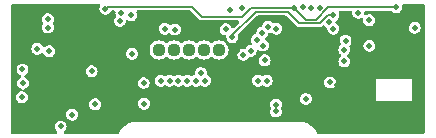
<source format=gbr>
%TF.GenerationSoftware,KiCad,Pcbnew,8.0.7*%
%TF.CreationDate,2025-03-09T23:38:14+01:00*%
%TF.ProjectId,HSSM-LVPCB,4853534d-2d4c-4565-9043-422e6b696361,rev?*%
%TF.SameCoordinates,Original*%
%TF.FileFunction,Copper,L2,Inr*%
%TF.FilePolarity,Positive*%
%FSLAX46Y46*%
G04 Gerber Fmt 4.6, Leading zero omitted, Abs format (unit mm)*
G04 Created by KiCad (PCBNEW 8.0.7) date 2025-03-09 23:38:14*
%MOMM*%
%LPD*%
G01*
G04 APERTURE LIST*
%TA.AperFunction,ComponentPad*%
%ADD10C,1.117600*%
%TD*%
%TA.AperFunction,ViaPad*%
%ADD11C,0.500000*%
%TD*%
%TA.AperFunction,Conductor*%
%ADD12C,0.150000*%
%TD*%
G04 APERTURE END LIST*
D10*
%TO.N,GND*%
%TO.C,J2*%
X130729999Y-116400000D03*
%TO.N,/BOOT*%
X132000000Y-116400000D03*
%TO.N,/Enable*%
X133269999Y-116400000D03*
%TO.N,/U0RXD*%
X134539999Y-116400000D03*
%TO.N,/U0TXD*%
X135809998Y-116400000D03*
%TO.N,+3V3*%
X137079999Y-116400000D03*
%TD*%
D11*
%TO.N,GND*%
X124400000Y-113200000D03*
X147100000Y-119400000D03*
X129000000Y-116700000D03*
X143825000Y-116350000D03*
X131400000Y-119025000D03*
X147850000Y-120150000D03*
X143425000Y-121750000D03*
X144775000Y-117175000D03*
X124275000Y-115675000D03*
X152400000Y-121250000D03*
X151325000Y-122900000D03*
X154000000Y-119750000D03*
X143300000Y-116800000D03*
X151100000Y-121275001D03*
X145600000Y-117200000D03*
X151020000Y-114670000D03*
X149400000Y-117950000D03*
X151050000Y-115750000D03*
X122000000Y-113200000D03*
X144750000Y-116325000D03*
X150500000Y-121000000D03*
X148887500Y-120550000D03*
X154025000Y-117650000D03*
X143800000Y-117150000D03*
X136650000Y-119000000D03*
X143300000Y-115900000D03*
X148450000Y-120200000D03*
X150450000Y-118500000D03*
X126400000Y-117450000D03*
X149000000Y-123100000D03*
X146100000Y-121100000D03*
X151100000Y-118600000D03*
X154100000Y-116125000D03*
X129850000Y-114575000D03*
X120200000Y-116300000D03*
X152450000Y-118300000D03*
X144300000Y-116700000D03*
X145900000Y-115600000D03*
X146100000Y-121700000D03*
X149350000Y-120950000D03*
X153425000Y-122850000D03*
X143800000Y-115400000D03*
X120325000Y-121850000D03*
X135275000Y-114200000D03*
X153950000Y-121300000D03*
X120400000Y-122900000D03*
X149000000Y-122500000D03*
X145600000Y-116400000D03*
X144800000Y-117900000D03*
X149900000Y-121000000D03*
X138573089Y-116473089D03*
X144200000Y-121750000D03*
X145600000Y-117900000D03*
X150650000Y-117850000D03*
X149900000Y-118300000D03*
X149375000Y-114625000D03*
X147700000Y-123200000D03*
%TO.N,+3V3*%
X144450000Y-120550000D03*
X149825000Y-116050000D03*
X146500000Y-119150000D03*
X121700000Y-116300000D03*
X126300000Y-118200000D03*
X137650000Y-114650000D03*
X135550000Y-118350000D03*
X128700000Y-113925000D03*
X141900000Y-121600000D03*
X141900000Y-121025000D03*
%TO.N,/BOOT*%
X132500000Y-114600000D03*
X144200000Y-112800000D03*
%TO.N,/GPIO_Q1*%
X130700000Y-119200000D03*
X122700000Y-116500000D03*
X141125000Y-119000000D03*
X122600000Y-113800000D03*
%TO.N,/GPIO_Q2*%
X132900000Y-119000000D03*
X143425000Y-112825000D03*
X127475000Y-112900000D03*
X152100000Y-112775000D03*
%TO.N,/Enable*%
X133350000Y-114675000D03*
X147700000Y-117375000D03*
%TO.N,Net-(U1-SPIQ)*%
X141950000Y-114600000D03*
X130750000Y-120950000D03*
%TO.N,Net-(U1-SPIWP)*%
X141250000Y-114450000D03*
X129725000Y-116725000D03*
%TO.N,Net-(U1-SPIHD)*%
X140800000Y-116025000D03*
X120400000Y-120400000D03*
%TO.N,Net-(U1-SPICLK)*%
X120500000Y-119200000D03*
X139775000Y-116475000D03*
%TO.N,Net-(U1-SPID)*%
X120450000Y-118050000D03*
X139150000Y-116800000D03*
%TO.N,/SPICS0*%
X124650000Y-121875000D03*
X140300000Y-115550000D03*
X126600000Y-121000000D03*
%TO.N,/GPIO8*%
X144900000Y-112825000D03*
X148875000Y-113250000D03*
%TO.N,VDD_SPI*%
X140750000Y-114950000D03*
X123675000Y-122875000D03*
%TO.N,/S2_sym*%
X147800000Y-115600000D03*
X153650000Y-114520000D03*
%TO.N,/DO1*%
X135150000Y-119000000D03*
X145625000Y-112825000D03*
%TO.N,/DO3*%
X149800000Y-113875000D03*
%TO.N,/P_MEAS_RST*%
X140950000Y-117275000D03*
X135900000Y-119000000D03*
%TO.N,/GPIO_S2*%
X138050000Y-113050000D03*
X128825000Y-113250000D03*
X133650000Y-119000000D03*
%TO.N,/DO2*%
X147700000Y-116375000D03*
%TO.N,/GPIO_S1*%
X140400000Y-119000000D03*
%TO.N,+12V*%
X132150000Y-119000000D03*
%TO.N,/GPIO_S3*%
X134400000Y-119000000D03*
X139000000Y-112825000D03*
X129650000Y-113450000D03*
%TO.N,/LP_UART_RXD*%
X146775000Y-114600000D03*
%TO.N,/LP_UART_TXD*%
X146425000Y-114050000D03*
%TO.N,/S1_sym*%
X122600000Y-114500000D03*
%TO.N,/S3_sym*%
X138210589Y-115310589D03*
X146775000Y-113475000D03*
%TD*%
D12*
%TO.N,/GPIO_Q2*%
X144425000Y-113825000D02*
X143425000Y-112825000D01*
X135675000Y-113575000D02*
X134825000Y-112725000D01*
X139800000Y-112825000D02*
X139050000Y-113575000D01*
X146350000Y-112775000D02*
X145300000Y-113825000D01*
X143425000Y-112825000D02*
X139800000Y-112825000D01*
X127650000Y-112725000D02*
X127475000Y-112900000D01*
X134825000Y-112725000D02*
X127650000Y-112725000D01*
X139050000Y-113575000D02*
X135675000Y-113575000D01*
X152100000Y-112775000D02*
X146350000Y-112775000D01*
X145300000Y-113825000D02*
X144425000Y-113825000D01*
%TO.N,/S3_sym*%
X145650000Y-114100000D02*
X143850000Y-114100000D01*
X143850000Y-114100000D02*
X142900000Y-113150000D01*
X140196178Y-113150000D02*
X138060589Y-115285589D01*
X146275000Y-113475000D02*
X145650000Y-114100000D01*
X142900000Y-113150000D02*
X140196178Y-113150000D01*
X146775000Y-113475000D02*
X146275000Y-113475000D01*
%TD*%
%TA.AperFunction,Conductor*%
%TO.N,GND*%
G36*
X126981314Y-112520185D02*
G01*
X127027069Y-112572989D01*
X127037013Y-112642147D01*
X127027069Y-112676011D01*
X126989835Y-112757541D01*
X126989834Y-112757542D01*
X126969353Y-112900000D01*
X126989834Y-113042456D01*
X127049390Y-113172863D01*
X127049623Y-113173373D01*
X127143872Y-113282143D01*
X127264947Y-113359953D01*
X127264950Y-113359954D01*
X127264949Y-113359954D01*
X127403036Y-113400499D01*
X127403038Y-113400500D01*
X127403039Y-113400500D01*
X127546962Y-113400500D01*
X127546962Y-113400499D01*
X127685053Y-113359953D01*
X127806128Y-113282143D01*
X127900377Y-113173373D01*
X127900553Y-113172989D01*
X127923387Y-113122989D01*
X127969141Y-113070185D01*
X128036181Y-113050500D01*
X128204933Y-113050500D01*
X128271972Y-113070185D01*
X128317727Y-113122989D01*
X128327671Y-113192147D01*
X128319353Y-113250000D01*
X128339834Y-113392452D01*
X128339835Y-113392457D01*
X128361732Y-113440405D01*
X128371675Y-113509563D01*
X128342651Y-113573117D01*
X128274623Y-113651627D01*
X128274622Y-113651628D01*
X128214834Y-113782543D01*
X128194353Y-113925000D01*
X128214834Y-114067456D01*
X128274622Y-114198371D01*
X128274623Y-114198373D01*
X128368872Y-114307143D01*
X128489947Y-114384953D01*
X128489950Y-114384954D01*
X128489949Y-114384954D01*
X128628036Y-114425499D01*
X128628038Y-114425500D01*
X128628039Y-114425500D01*
X128771962Y-114425500D01*
X128771962Y-114425499D01*
X128910053Y-114384953D01*
X129031128Y-114307143D01*
X129125377Y-114198373D01*
X129185165Y-114067457D01*
X129199986Y-113964369D01*
X129229011Y-113900815D01*
X129287788Y-113863040D01*
X129357658Y-113863040D01*
X129389761Y-113877700D01*
X129390722Y-113878318D01*
X129439948Y-113909954D01*
X129550643Y-113942456D01*
X129574633Y-113949500D01*
X129578036Y-113950499D01*
X129578038Y-113950500D01*
X129578039Y-113950500D01*
X129721962Y-113950500D01*
X129721962Y-113950499D01*
X129860053Y-113909953D01*
X129981128Y-113832143D01*
X130075377Y-113723373D01*
X130135165Y-113592457D01*
X130155647Y-113450000D01*
X130135165Y-113307543D01*
X130131492Y-113299500D01*
X130097931Y-113226011D01*
X130087987Y-113156853D01*
X130117012Y-113093297D01*
X130175790Y-113055523D01*
X130210725Y-113050500D01*
X134638811Y-113050500D01*
X134705850Y-113070185D01*
X134726492Y-113086819D01*
X135410194Y-113770520D01*
X135410204Y-113770531D01*
X135414534Y-113774861D01*
X135414535Y-113774862D01*
X135475138Y-113835465D01*
X135475140Y-113835466D01*
X135475144Y-113835469D01*
X135512681Y-113857141D01*
X135512685Y-113857142D01*
X135512686Y-113857143D01*
X135549360Y-113878317D01*
X135549361Y-113878317D01*
X135549362Y-113878318D01*
X135632148Y-113900501D01*
X135632150Y-113900501D01*
X135725449Y-113900501D01*
X135725465Y-113900500D01*
X138685989Y-113900500D01*
X138753028Y-113920185D01*
X138798783Y-113972989D01*
X138808727Y-114042147D01*
X138779702Y-114105703D01*
X138773673Y-114112177D01*
X138550897Y-114334953D01*
X138337677Y-114548173D01*
X138276354Y-114581658D01*
X138206662Y-114576674D01*
X138150729Y-114534802D01*
X138137202Y-114512004D01*
X138131720Y-114500000D01*
X138075377Y-114376627D01*
X137981128Y-114267857D01*
X137860053Y-114190047D01*
X137860051Y-114190046D01*
X137860049Y-114190045D01*
X137860050Y-114190045D01*
X137721963Y-114149500D01*
X137721961Y-114149500D01*
X137578039Y-114149500D01*
X137578036Y-114149500D01*
X137439949Y-114190045D01*
X137318873Y-114267856D01*
X137224623Y-114376626D01*
X137224622Y-114376628D01*
X137164834Y-114507543D01*
X137144353Y-114650000D01*
X137164834Y-114792456D01*
X137213870Y-114899828D01*
X137224623Y-114923373D01*
X137318872Y-115032143D01*
X137439947Y-115109953D01*
X137439950Y-115109954D01*
X137439949Y-115109954D01*
X137578036Y-115150499D01*
X137578038Y-115150500D01*
X137584856Y-115150500D01*
X137651895Y-115170185D01*
X137697650Y-115222989D01*
X137707593Y-115292145D01*
X137704942Y-115310589D01*
X137704942Y-115310590D01*
X137725423Y-115453045D01*
X137769702Y-115550000D01*
X137785212Y-115583962D01*
X137879461Y-115692732D01*
X138000536Y-115770542D01*
X138000539Y-115770543D01*
X138000538Y-115770543D01*
X138097415Y-115798988D01*
X138110377Y-115802794D01*
X138138625Y-115811088D01*
X138138627Y-115811089D01*
X138138628Y-115811089D01*
X138282551Y-115811089D01*
X138282551Y-115811088D01*
X138420642Y-115770542D01*
X138541717Y-115692732D01*
X138635966Y-115583962D01*
X138695754Y-115453046D01*
X138716236Y-115310589D01*
X138697374Y-115179399D01*
X138707318Y-115110241D01*
X138732428Y-115074075D01*
X140294686Y-113511819D01*
X140356009Y-113478334D01*
X140382367Y-113475500D01*
X142713811Y-113475500D01*
X142780850Y-113495185D01*
X142801492Y-113511819D01*
X143650138Y-114360465D01*
X143724361Y-114403318D01*
X143807147Y-114425500D01*
X143807149Y-114425500D01*
X145692851Y-114425500D01*
X145692853Y-114425500D01*
X145775639Y-114403318D01*
X145849862Y-114360465D01*
X145853136Y-114357191D01*
X145914457Y-114323702D01*
X145984149Y-114328683D01*
X146034535Y-114363664D01*
X146093872Y-114432143D01*
X146212989Y-114508695D01*
X146258742Y-114561496D01*
X146268686Y-114595361D01*
X146289834Y-114742456D01*
X146347887Y-114869572D01*
X146349623Y-114873373D01*
X146443872Y-114982143D01*
X146564947Y-115059953D01*
X146564950Y-115059954D01*
X146564949Y-115059954D01*
X146613032Y-115074072D01*
X146699633Y-115099500D01*
X146703036Y-115100499D01*
X146703038Y-115100500D01*
X146703039Y-115100500D01*
X146846962Y-115100500D01*
X146846962Y-115100499D01*
X146985053Y-115059953D01*
X147106128Y-114982143D01*
X147200377Y-114873373D01*
X147260165Y-114742457D01*
X147280647Y-114600000D01*
X147269145Y-114520000D01*
X153144353Y-114520000D01*
X153164834Y-114662456D01*
X153215488Y-114773371D01*
X153224623Y-114793373D01*
X153318872Y-114902143D01*
X153439947Y-114979953D01*
X153439950Y-114979954D01*
X153439949Y-114979954D01*
X153509921Y-115000499D01*
X153572668Y-115018923D01*
X153578036Y-115020499D01*
X153578038Y-115020500D01*
X153578039Y-115020500D01*
X153721962Y-115020500D01*
X153721962Y-115020499D01*
X153838863Y-114986175D01*
X153860050Y-114979954D01*
X153860050Y-114979953D01*
X153860053Y-114979953D01*
X153981128Y-114902143D01*
X154075377Y-114793373D01*
X154135165Y-114662457D01*
X154155647Y-114520000D01*
X154135165Y-114377543D01*
X154075377Y-114246627D01*
X153981128Y-114137857D01*
X153860053Y-114060047D01*
X153860051Y-114060046D01*
X153860049Y-114060045D01*
X153860050Y-114060045D01*
X153721963Y-114019500D01*
X153721961Y-114019500D01*
X153578039Y-114019500D01*
X153578036Y-114019500D01*
X153439949Y-114060045D01*
X153318873Y-114137856D01*
X153224623Y-114246626D01*
X153224622Y-114246628D01*
X153164834Y-114377543D01*
X153144353Y-114520000D01*
X147269145Y-114520000D01*
X147260165Y-114457543D01*
X147200377Y-114326627D01*
X147106128Y-114217857D01*
X146987804Y-114141815D01*
X146942050Y-114089012D01*
X146932106Y-114019853D01*
X146961131Y-113956298D01*
X146987803Y-113933185D01*
X147106128Y-113857143D01*
X147200377Y-113748373D01*
X147260165Y-113617457D01*
X147280647Y-113475000D01*
X147260165Y-113332543D01*
X147237148Y-113282143D01*
X147234348Y-113276012D01*
X147224404Y-113206853D01*
X147253429Y-113143297D01*
X147312207Y-113105523D01*
X147347142Y-113100500D01*
X148247744Y-113100500D01*
X148314783Y-113120185D01*
X148360538Y-113172989D01*
X148370482Y-113242146D01*
X148369353Y-113249998D01*
X148369353Y-113249999D01*
X148389834Y-113392456D01*
X148436750Y-113495185D01*
X148449623Y-113523373D01*
X148543872Y-113632143D01*
X148664947Y-113709953D01*
X148664950Y-113709954D01*
X148664949Y-113709954D01*
X148741882Y-113732543D01*
X148795788Y-113748371D01*
X148803036Y-113750499D01*
X148803038Y-113750500D01*
X148803039Y-113750500D01*
X148946962Y-113750500D01*
X148946962Y-113750499D01*
X149085053Y-113709953D01*
X149113387Y-113691743D01*
X149180425Y-113672058D01*
X149247465Y-113691741D01*
X149293220Y-113744544D01*
X149303165Y-113813703D01*
X149294353Y-113874997D01*
X149294353Y-113875000D01*
X149294830Y-113878317D01*
X149314834Y-114017456D01*
X149371628Y-114141816D01*
X149374623Y-114148373D01*
X149468872Y-114257143D01*
X149589947Y-114334953D01*
X149589950Y-114334954D01*
X149589949Y-114334954D01*
X149728036Y-114375499D01*
X149728038Y-114375500D01*
X149728039Y-114375500D01*
X149871962Y-114375500D01*
X149871962Y-114375499D01*
X150010053Y-114334953D01*
X150131128Y-114257143D01*
X150225377Y-114148373D01*
X150285165Y-114017457D01*
X150305647Y-113875000D01*
X150285165Y-113732543D01*
X150225377Y-113601627D01*
X150131128Y-113492857D01*
X150010053Y-113415047D01*
X150010051Y-113415046D01*
X150010049Y-113415045D01*
X150010050Y-113415045D01*
X149871963Y-113374500D01*
X149871961Y-113374500D01*
X149728039Y-113374500D01*
X149728036Y-113374500D01*
X149589949Y-113415045D01*
X149589946Y-113415047D01*
X149561610Y-113433257D01*
X149494570Y-113452941D01*
X149427531Y-113433256D01*
X149381777Y-113380451D01*
X149371834Y-113311294D01*
X149372374Y-113307543D01*
X149380647Y-113250000D01*
X149379518Y-113242146D01*
X149389462Y-113172987D01*
X149435218Y-113120184D01*
X149502256Y-113100500D01*
X151663162Y-113100500D01*
X151730201Y-113120185D01*
X151756872Y-113143295D01*
X151768872Y-113157143D01*
X151889947Y-113234953D01*
X151889950Y-113234954D01*
X151889949Y-113234954D01*
X152028036Y-113275499D01*
X152028038Y-113275500D01*
X152028039Y-113275500D01*
X152171962Y-113275500D01*
X152171962Y-113275499D01*
X152310053Y-113234953D01*
X152431128Y-113157143D01*
X152525377Y-113048373D01*
X152585165Y-112917457D01*
X152605647Y-112775000D01*
X152586546Y-112642147D01*
X152596490Y-112572988D01*
X152642245Y-112520184D01*
X152709284Y-112500500D01*
X154375500Y-112500500D01*
X154442539Y-112520185D01*
X154488294Y-112572989D01*
X154499500Y-112624500D01*
X154499500Y-123375500D01*
X154479815Y-123442539D01*
X154427011Y-123488294D01*
X154375500Y-123499500D01*
X145500687Y-123499500D01*
X145433648Y-123479815D01*
X145387893Y-123427011D01*
X145387892Y-123427011D01*
X145372427Y-123393148D01*
X145320321Y-123279050D01*
X145204281Y-123098487D01*
X145134067Y-123017456D01*
X145063724Y-122936275D01*
X144901514Y-122795720D01*
X144901513Y-122795719D01*
X144803209Y-122732543D01*
X144720951Y-122679679D01*
X144720938Y-122679672D01*
X144525715Y-122590517D01*
X144319774Y-122530047D01*
X144319764Y-122530044D01*
X144128754Y-122502582D01*
X144107318Y-122499500D01*
X144065892Y-122499500D01*
X130065892Y-122499500D01*
X130000000Y-122499500D01*
X129892682Y-122499500D01*
X129680235Y-122530044D01*
X129680225Y-122530047D01*
X129474284Y-122590517D01*
X129279061Y-122679672D01*
X129279048Y-122679679D01*
X129098485Y-122795720D01*
X128936275Y-122936275D01*
X128795720Y-123098485D01*
X128679679Y-123279048D01*
X128679678Y-123279050D01*
X128612108Y-123427011D01*
X128566353Y-123479815D01*
X128499313Y-123499500D01*
X124051319Y-123499500D01*
X123984280Y-123479815D01*
X123938525Y-123427011D01*
X123928581Y-123357853D01*
X123957606Y-123294297D01*
X123984279Y-123271185D01*
X123992243Y-123266066D01*
X124006128Y-123257143D01*
X124100377Y-123148373D01*
X124160165Y-123017457D01*
X124180647Y-122875000D01*
X124160165Y-122732543D01*
X124100377Y-122601627D01*
X124006128Y-122492857D01*
X123885053Y-122415047D01*
X123885051Y-122415046D01*
X123885049Y-122415045D01*
X123885050Y-122415045D01*
X123746963Y-122374500D01*
X123746961Y-122374500D01*
X123603039Y-122374500D01*
X123603036Y-122374500D01*
X123464949Y-122415045D01*
X123343873Y-122492856D01*
X123249623Y-122601626D01*
X123249622Y-122601628D01*
X123189834Y-122732543D01*
X123169353Y-122875000D01*
X123189834Y-123017456D01*
X123249622Y-123148371D01*
X123249623Y-123148373D01*
X123343872Y-123257143D01*
X123343874Y-123257144D01*
X123365721Y-123271185D01*
X123411476Y-123323989D01*
X123421419Y-123393148D01*
X123392393Y-123456703D01*
X123333615Y-123494477D01*
X123298681Y-123499500D01*
X119624500Y-123499500D01*
X119557461Y-123479815D01*
X119511706Y-123427011D01*
X119500500Y-123375500D01*
X119500500Y-121875000D01*
X124144353Y-121875000D01*
X124164834Y-122017456D01*
X124184242Y-122059953D01*
X124224623Y-122148373D01*
X124318872Y-122257143D01*
X124439947Y-122334953D01*
X124439950Y-122334954D01*
X124439949Y-122334954D01*
X124547107Y-122366417D01*
X124574633Y-122374500D01*
X124578036Y-122375499D01*
X124578038Y-122375500D01*
X124578039Y-122375500D01*
X124721962Y-122375500D01*
X124721962Y-122375499D01*
X124860053Y-122334953D01*
X124981128Y-122257143D01*
X125075377Y-122148373D01*
X125135165Y-122017457D01*
X125155647Y-121875000D01*
X125135165Y-121732543D01*
X125075377Y-121601627D01*
X124981128Y-121492857D01*
X124860053Y-121415047D01*
X124860051Y-121415046D01*
X124860049Y-121415045D01*
X124860050Y-121415045D01*
X124721963Y-121374500D01*
X124721961Y-121374500D01*
X124578039Y-121374500D01*
X124578036Y-121374500D01*
X124439949Y-121415045D01*
X124318873Y-121492856D01*
X124224623Y-121601626D01*
X124224622Y-121601628D01*
X124164834Y-121732543D01*
X124144353Y-121875000D01*
X119500500Y-121875000D01*
X119500500Y-121000000D01*
X126094353Y-121000000D01*
X126114834Y-121142456D01*
X126168967Y-121260988D01*
X126174623Y-121273373D01*
X126268872Y-121382143D01*
X126389947Y-121459953D01*
X126389950Y-121459954D01*
X126389949Y-121459954D01*
X126528036Y-121500499D01*
X126528038Y-121500500D01*
X126528039Y-121500500D01*
X126671962Y-121500500D01*
X126671962Y-121500499D01*
X126810053Y-121459953D01*
X126931128Y-121382143D01*
X127025377Y-121273373D01*
X127085165Y-121142457D01*
X127105647Y-121000000D01*
X127098458Y-120950000D01*
X130244353Y-120950000D01*
X130264834Y-121092456D01*
X130299087Y-121167458D01*
X130324623Y-121223373D01*
X130418872Y-121332143D01*
X130539947Y-121409953D01*
X130539950Y-121409954D01*
X130539949Y-121409954D01*
X130678036Y-121450499D01*
X130678038Y-121450500D01*
X130678039Y-121450500D01*
X130821962Y-121450500D01*
X130821962Y-121450499D01*
X130960053Y-121409953D01*
X131081128Y-121332143D01*
X131175377Y-121223373D01*
X131235165Y-121092457D01*
X131244864Y-121025000D01*
X141394353Y-121025000D01*
X141414834Y-121167457D01*
X141414835Y-121167458D01*
X141457549Y-121260989D01*
X141467493Y-121330147D01*
X141457549Y-121364011D01*
X141414835Y-121457541D01*
X141414834Y-121457542D01*
X141394353Y-121600000D01*
X141414834Y-121742456D01*
X141474622Y-121873371D01*
X141474623Y-121873373D01*
X141568872Y-121982143D01*
X141689947Y-122059953D01*
X141689950Y-122059954D01*
X141689949Y-122059954D01*
X141828036Y-122100499D01*
X141828038Y-122100500D01*
X141828039Y-122100500D01*
X141971962Y-122100500D01*
X141971962Y-122100499D01*
X142110053Y-122059953D01*
X142231128Y-121982143D01*
X142325377Y-121873373D01*
X142385165Y-121742457D01*
X142405647Y-121600000D01*
X142385165Y-121457543D01*
X142342449Y-121364010D01*
X142332506Y-121294854D01*
X142342450Y-121260988D01*
X142385165Y-121167457D01*
X142405647Y-121025000D01*
X142385165Y-120882543D01*
X142325377Y-120751627D01*
X142231128Y-120642857D01*
X142110053Y-120565047D01*
X142110051Y-120565046D01*
X142110049Y-120565045D01*
X142110050Y-120565045D01*
X142058810Y-120550000D01*
X143944353Y-120550000D01*
X143964834Y-120692456D01*
X144024622Y-120823371D01*
X144024623Y-120823373D01*
X144118872Y-120932143D01*
X144239947Y-121009953D01*
X144239950Y-121009954D01*
X144239949Y-121009954D01*
X144378036Y-121050499D01*
X144378038Y-121050500D01*
X144378039Y-121050500D01*
X144521962Y-121050500D01*
X144521962Y-121050499D01*
X144660053Y-121009953D01*
X144781128Y-120932143D01*
X144875377Y-120823373D01*
X144908886Y-120750000D01*
X150400000Y-120750000D01*
X153450000Y-120750000D01*
X153450000Y-118850000D01*
X150400000Y-118850000D01*
X150400000Y-120750000D01*
X144908886Y-120750000D01*
X144935165Y-120692457D01*
X144955647Y-120550000D01*
X144935165Y-120407543D01*
X144875377Y-120276627D01*
X144781128Y-120167857D01*
X144660053Y-120090047D01*
X144660051Y-120090046D01*
X144660049Y-120090045D01*
X144660050Y-120090045D01*
X144521963Y-120049500D01*
X144521961Y-120049500D01*
X144378039Y-120049500D01*
X144378036Y-120049500D01*
X144239949Y-120090045D01*
X144118873Y-120167856D01*
X144024623Y-120276626D01*
X144024622Y-120276628D01*
X143964834Y-120407543D01*
X143944353Y-120550000D01*
X142058810Y-120550000D01*
X141971963Y-120524500D01*
X141971961Y-120524500D01*
X141828039Y-120524500D01*
X141828036Y-120524500D01*
X141689949Y-120565045D01*
X141568873Y-120642856D01*
X141474623Y-120751626D01*
X141474622Y-120751628D01*
X141414834Y-120882543D01*
X141394353Y-121025000D01*
X131244864Y-121025000D01*
X131255647Y-120950000D01*
X131235165Y-120807543D01*
X131175377Y-120676627D01*
X131081128Y-120567857D01*
X130960053Y-120490047D01*
X130960051Y-120490046D01*
X130960049Y-120490045D01*
X130960050Y-120490045D01*
X130821963Y-120449500D01*
X130821961Y-120449500D01*
X130678039Y-120449500D01*
X130678036Y-120449500D01*
X130539949Y-120490045D01*
X130418873Y-120567856D01*
X130324623Y-120676626D01*
X130324622Y-120676628D01*
X130264834Y-120807543D01*
X130244353Y-120950000D01*
X127098458Y-120950000D01*
X127085165Y-120857543D01*
X127025377Y-120726627D01*
X126931128Y-120617857D01*
X126810053Y-120540047D01*
X126810051Y-120540046D01*
X126810049Y-120540045D01*
X126810050Y-120540045D01*
X126671963Y-120499500D01*
X126671961Y-120499500D01*
X126528039Y-120499500D01*
X126528036Y-120499500D01*
X126389949Y-120540045D01*
X126268873Y-120617856D01*
X126174623Y-120726626D01*
X126174622Y-120726628D01*
X126114834Y-120857543D01*
X126094353Y-121000000D01*
X119500500Y-121000000D01*
X119500500Y-120400000D01*
X119894353Y-120400000D01*
X119914834Y-120542456D01*
X119974622Y-120673371D01*
X119974623Y-120673373D01*
X120068872Y-120782143D01*
X120189947Y-120859953D01*
X120189950Y-120859954D01*
X120189949Y-120859954D01*
X120328036Y-120900499D01*
X120328038Y-120900500D01*
X120328039Y-120900500D01*
X120471962Y-120900500D01*
X120471962Y-120900499D01*
X120610053Y-120859953D01*
X120731128Y-120782143D01*
X120825377Y-120673373D01*
X120885165Y-120542457D01*
X120905647Y-120400000D01*
X120885165Y-120257543D01*
X120825377Y-120126627D01*
X120731128Y-120017857D01*
X120610053Y-119940047D01*
X120610051Y-119940046D01*
X120610049Y-119940045D01*
X120610050Y-119940045D01*
X120588296Y-119933658D01*
X120529518Y-119895884D01*
X120500492Y-119832329D01*
X120510435Y-119763170D01*
X120556190Y-119710366D01*
X120588296Y-119695704D01*
X120710050Y-119659954D01*
X120710050Y-119659953D01*
X120710053Y-119659953D01*
X120831128Y-119582143D01*
X120925377Y-119473373D01*
X120985165Y-119342457D01*
X121005647Y-119200000D01*
X130194353Y-119200000D01*
X130214834Y-119342456D01*
X130268494Y-119459953D01*
X130274623Y-119473373D01*
X130368872Y-119582143D01*
X130489947Y-119659953D01*
X130489950Y-119659954D01*
X130489949Y-119659954D01*
X130628036Y-119700499D01*
X130628038Y-119700500D01*
X130628039Y-119700500D01*
X130771962Y-119700500D01*
X130771962Y-119700499D01*
X130910053Y-119659953D01*
X131031128Y-119582143D01*
X131125377Y-119473373D01*
X131185165Y-119342457D01*
X131205647Y-119200000D01*
X131185165Y-119057543D01*
X131158886Y-119000000D01*
X131644353Y-119000000D01*
X131664834Y-119142456D01*
X131691114Y-119200000D01*
X131724623Y-119273373D01*
X131818872Y-119382143D01*
X131939947Y-119459953D01*
X131939950Y-119459954D01*
X131939949Y-119459954D01*
X132078036Y-119500499D01*
X132078038Y-119500500D01*
X132078039Y-119500500D01*
X132221962Y-119500500D01*
X132221962Y-119500499D01*
X132360053Y-119459953D01*
X132457960Y-119397031D01*
X132525000Y-119377347D01*
X132592039Y-119397032D01*
X132592040Y-119397032D01*
X132689947Y-119459953D01*
X132689948Y-119459953D01*
X132689949Y-119459954D01*
X132828036Y-119500499D01*
X132828038Y-119500500D01*
X132828039Y-119500500D01*
X132971962Y-119500500D01*
X132971962Y-119500499D01*
X133110053Y-119459953D01*
X133207960Y-119397031D01*
X133275000Y-119377347D01*
X133342039Y-119397032D01*
X133342040Y-119397032D01*
X133439947Y-119459953D01*
X133439948Y-119459953D01*
X133439949Y-119459954D01*
X133578036Y-119500499D01*
X133578038Y-119500500D01*
X133578039Y-119500500D01*
X133721962Y-119500500D01*
X133721962Y-119500499D01*
X133860053Y-119459953D01*
X133957960Y-119397031D01*
X134025000Y-119377347D01*
X134092039Y-119397032D01*
X134092040Y-119397032D01*
X134189947Y-119459953D01*
X134189948Y-119459953D01*
X134189949Y-119459954D01*
X134328036Y-119500499D01*
X134328038Y-119500500D01*
X134328039Y-119500500D01*
X134471962Y-119500500D01*
X134471962Y-119500499D01*
X134610053Y-119459953D01*
X134707960Y-119397031D01*
X134775000Y-119377347D01*
X134842039Y-119397032D01*
X134842040Y-119397032D01*
X134939947Y-119459953D01*
X134939948Y-119459953D01*
X134939949Y-119459954D01*
X135078036Y-119500499D01*
X135078038Y-119500500D01*
X135078039Y-119500500D01*
X135221962Y-119500500D01*
X135221962Y-119500499D01*
X135360053Y-119459953D01*
X135457960Y-119397031D01*
X135525000Y-119377347D01*
X135592039Y-119397032D01*
X135592040Y-119397032D01*
X135689947Y-119459953D01*
X135689948Y-119459953D01*
X135689949Y-119459954D01*
X135828036Y-119500499D01*
X135828038Y-119500500D01*
X135828039Y-119500500D01*
X135971962Y-119500500D01*
X135971962Y-119500499D01*
X136110053Y-119459953D01*
X136231128Y-119382143D01*
X136325377Y-119273373D01*
X136385165Y-119142457D01*
X136405647Y-119000000D01*
X139894353Y-119000000D01*
X139914834Y-119142456D01*
X139941114Y-119200000D01*
X139974623Y-119273373D01*
X140068872Y-119382143D01*
X140189947Y-119459953D01*
X140189950Y-119459954D01*
X140189949Y-119459954D01*
X140328036Y-119500499D01*
X140328038Y-119500500D01*
X140328039Y-119500500D01*
X140471962Y-119500500D01*
X140471962Y-119500499D01*
X140610050Y-119459954D01*
X140610051Y-119459954D01*
X140610053Y-119459953D01*
X140695461Y-119405064D01*
X140762500Y-119385380D01*
X140829536Y-119405063D01*
X140858024Y-119423371D01*
X140914948Y-119459954D01*
X141053036Y-119500499D01*
X141053038Y-119500500D01*
X141053039Y-119500500D01*
X141196962Y-119500500D01*
X141196962Y-119500499D01*
X141335053Y-119459953D01*
X141456128Y-119382143D01*
X141550377Y-119273373D01*
X141606720Y-119150000D01*
X145994353Y-119150000D01*
X146014834Y-119292456D01*
X146057272Y-119385380D01*
X146074623Y-119423373D01*
X146168872Y-119532143D01*
X146289947Y-119609953D01*
X146289950Y-119609954D01*
X146289949Y-119609954D01*
X146428036Y-119650499D01*
X146428038Y-119650500D01*
X146428039Y-119650500D01*
X146571962Y-119650500D01*
X146571962Y-119650499D01*
X146710053Y-119609953D01*
X146831128Y-119532143D01*
X146925377Y-119423373D01*
X146985165Y-119292457D01*
X147005647Y-119150000D01*
X146985165Y-119007543D01*
X146925377Y-118876627D01*
X146831128Y-118767857D01*
X146710053Y-118690047D01*
X146710051Y-118690046D01*
X146710049Y-118690045D01*
X146710050Y-118690045D01*
X146571963Y-118649500D01*
X146571961Y-118649500D01*
X146428039Y-118649500D01*
X146428036Y-118649500D01*
X146289949Y-118690045D01*
X146168873Y-118767856D01*
X146074623Y-118876626D01*
X146074622Y-118876628D01*
X146014834Y-119007543D01*
X145994353Y-119150000D01*
X141606720Y-119150000D01*
X141610165Y-119142457D01*
X141630647Y-119000000D01*
X141610165Y-118857543D01*
X141550377Y-118726627D01*
X141456128Y-118617857D01*
X141335053Y-118540047D01*
X141335051Y-118540046D01*
X141335049Y-118540045D01*
X141335050Y-118540045D01*
X141196963Y-118499500D01*
X141196961Y-118499500D01*
X141053039Y-118499500D01*
X141053036Y-118499500D01*
X140914949Y-118540045D01*
X140829539Y-118594935D01*
X140762499Y-118614619D01*
X140695461Y-118594935D01*
X140610050Y-118540045D01*
X140471963Y-118499500D01*
X140471961Y-118499500D01*
X140328039Y-118499500D01*
X140328036Y-118499500D01*
X140189949Y-118540045D01*
X140068873Y-118617856D01*
X139974623Y-118726626D01*
X139974622Y-118726628D01*
X139914834Y-118857543D01*
X139894353Y-119000000D01*
X136405647Y-119000000D01*
X136385165Y-118857543D01*
X136325377Y-118726627D01*
X136231128Y-118617857D01*
X136110053Y-118540047D01*
X136110050Y-118540046D01*
X136102592Y-118535253D01*
X136104577Y-118532163D01*
X136064892Y-118497674D01*
X136045306Y-118430606D01*
X136046567Y-118413153D01*
X136055647Y-118350000D01*
X136035165Y-118207543D01*
X135975377Y-118076627D01*
X135881128Y-117967857D01*
X135760053Y-117890047D01*
X135760051Y-117890046D01*
X135760049Y-117890045D01*
X135760050Y-117890045D01*
X135621963Y-117849500D01*
X135621961Y-117849500D01*
X135478039Y-117849500D01*
X135478036Y-117849500D01*
X135339949Y-117890045D01*
X135218873Y-117967856D01*
X135124623Y-118076626D01*
X135124622Y-118076628D01*
X135064834Y-118207543D01*
X135044353Y-118350000D01*
X135051050Y-118396582D01*
X135041106Y-118465740D01*
X134995351Y-118518544D01*
X134963249Y-118533204D01*
X134939952Y-118540044D01*
X134939945Y-118540048D01*
X134842039Y-118602968D01*
X134774999Y-118622652D01*
X134707961Y-118602968D01*
X134610050Y-118540045D01*
X134471963Y-118499500D01*
X134471961Y-118499500D01*
X134328039Y-118499500D01*
X134328036Y-118499500D01*
X134189949Y-118540045D01*
X134092039Y-118602968D01*
X134024999Y-118622652D01*
X133957961Y-118602968D01*
X133860050Y-118540045D01*
X133721963Y-118499500D01*
X133721961Y-118499500D01*
X133578039Y-118499500D01*
X133578036Y-118499500D01*
X133439949Y-118540045D01*
X133342039Y-118602968D01*
X133274999Y-118622652D01*
X133207961Y-118602968D01*
X133110050Y-118540045D01*
X132971963Y-118499500D01*
X132971961Y-118499500D01*
X132828039Y-118499500D01*
X132828036Y-118499500D01*
X132689949Y-118540045D01*
X132592039Y-118602968D01*
X132524999Y-118622652D01*
X132457961Y-118602968D01*
X132360050Y-118540045D01*
X132221963Y-118499500D01*
X132221961Y-118499500D01*
X132078039Y-118499500D01*
X132078036Y-118499500D01*
X131939949Y-118540045D01*
X131818873Y-118617856D01*
X131724623Y-118726626D01*
X131724622Y-118726628D01*
X131664834Y-118857543D01*
X131644353Y-119000000D01*
X131158886Y-119000000D01*
X131125377Y-118926627D01*
X131031128Y-118817857D01*
X130910053Y-118740047D01*
X130910051Y-118740046D01*
X130910049Y-118740045D01*
X130910050Y-118740045D01*
X130771963Y-118699500D01*
X130771961Y-118699500D01*
X130628039Y-118699500D01*
X130628036Y-118699500D01*
X130489949Y-118740045D01*
X130368873Y-118817856D01*
X130274623Y-118926626D01*
X130274622Y-118926628D01*
X130214834Y-119057543D01*
X130194353Y-119200000D01*
X121005647Y-119200000D01*
X120985165Y-119057543D01*
X120925377Y-118926627D01*
X120831128Y-118817857D01*
X120710053Y-118740047D01*
X120710051Y-118740046D01*
X120710049Y-118740045D01*
X120710051Y-118740045D01*
X120690506Y-118734307D01*
X120631728Y-118696534D01*
X120602702Y-118632978D01*
X120612645Y-118563820D01*
X120658400Y-118511015D01*
X120658401Y-118511014D01*
X120660051Y-118509953D01*
X120660053Y-118509953D01*
X120781128Y-118432143D01*
X120875377Y-118323373D01*
X120931720Y-118200000D01*
X125794353Y-118200000D01*
X125814834Y-118342456D01*
X125871137Y-118465740D01*
X125874623Y-118473373D01*
X125968872Y-118582143D01*
X126089947Y-118659953D01*
X126089950Y-118659954D01*
X126089949Y-118659954D01*
X126179259Y-118686177D01*
X126224633Y-118699500D01*
X126228036Y-118700499D01*
X126228038Y-118700500D01*
X126228039Y-118700500D01*
X126371962Y-118700500D01*
X126371962Y-118700499D01*
X126510053Y-118659953D01*
X126631128Y-118582143D01*
X126725377Y-118473373D01*
X126785165Y-118342457D01*
X126805647Y-118200000D01*
X126785165Y-118057543D01*
X126725377Y-117926627D01*
X126631128Y-117817857D01*
X126510053Y-117740047D01*
X126510051Y-117740046D01*
X126510049Y-117740045D01*
X126510050Y-117740045D01*
X126371963Y-117699500D01*
X126371961Y-117699500D01*
X126228039Y-117699500D01*
X126228036Y-117699500D01*
X126089949Y-117740045D01*
X125968873Y-117817856D01*
X125874623Y-117926626D01*
X125874622Y-117926628D01*
X125814834Y-118057543D01*
X125794353Y-118200000D01*
X120931720Y-118200000D01*
X120935165Y-118192457D01*
X120955647Y-118050000D01*
X120935165Y-117907543D01*
X120875377Y-117776627D01*
X120781128Y-117667857D01*
X120660053Y-117590047D01*
X120660051Y-117590046D01*
X120660049Y-117590045D01*
X120660050Y-117590045D01*
X120521963Y-117549500D01*
X120521961Y-117549500D01*
X120378039Y-117549500D01*
X120378036Y-117549500D01*
X120239949Y-117590045D01*
X120118873Y-117667856D01*
X120024623Y-117776626D01*
X120024622Y-117776628D01*
X119964834Y-117907543D01*
X119944353Y-118050000D01*
X119964834Y-118192456D01*
X120024622Y-118323371D01*
X120024623Y-118323373D01*
X120118872Y-118432143D01*
X120239947Y-118509953D01*
X120259490Y-118515691D01*
X120318269Y-118553463D01*
X120347296Y-118617018D01*
X120337355Y-118686177D01*
X120291602Y-118738982D01*
X120291599Y-118738984D01*
X120168874Y-118817855D01*
X120074623Y-118926626D01*
X120074622Y-118926628D01*
X120014834Y-119057543D01*
X119994353Y-119200000D01*
X120014834Y-119342456D01*
X120068494Y-119459953D01*
X120074623Y-119473373D01*
X120168872Y-119582143D01*
X120289947Y-119659953D01*
X120311702Y-119666340D01*
X120370480Y-119704113D01*
X120399506Y-119767668D01*
X120389565Y-119836826D01*
X120343811Y-119889632D01*
X120311704Y-119904295D01*
X120189949Y-119940045D01*
X120068873Y-120017856D01*
X119974623Y-120126626D01*
X119974622Y-120126628D01*
X119914834Y-120257543D01*
X119894353Y-120400000D01*
X119500500Y-120400000D01*
X119500500Y-116300000D01*
X121194353Y-116300000D01*
X121214834Y-116442456D01*
X121253275Y-116526628D01*
X121274623Y-116573373D01*
X121368872Y-116682143D01*
X121489947Y-116759953D01*
X121489950Y-116759954D01*
X121489949Y-116759954D01*
X121597107Y-116791417D01*
X121626336Y-116800000D01*
X121628036Y-116800499D01*
X121628038Y-116800500D01*
X121628039Y-116800500D01*
X121771962Y-116800500D01*
X121771962Y-116800499D01*
X121910053Y-116759953D01*
X122031128Y-116682143D01*
X122036944Y-116675430D01*
X122095719Y-116637655D01*
X122165588Y-116637653D01*
X122224368Y-116675425D01*
X122243452Y-116705119D01*
X122263205Y-116748371D01*
X122274623Y-116773373D01*
X122368872Y-116882143D01*
X122489947Y-116959953D01*
X122489950Y-116959954D01*
X122489949Y-116959954D01*
X122555892Y-116979316D01*
X122620788Y-116998371D01*
X122628036Y-117000499D01*
X122628038Y-117000500D01*
X122628039Y-117000500D01*
X122771962Y-117000500D01*
X122771962Y-117000499D01*
X122897227Y-116963719D01*
X122910050Y-116959954D01*
X122910050Y-116959953D01*
X122910053Y-116959953D01*
X123031128Y-116882143D01*
X123125377Y-116773373D01*
X123147468Y-116725000D01*
X129219353Y-116725000D01*
X129239834Y-116867456D01*
X129299622Y-116998371D01*
X129299623Y-116998373D01*
X129393872Y-117107143D01*
X129514947Y-117184953D01*
X129514950Y-117184954D01*
X129514949Y-117184954D01*
X129653036Y-117225499D01*
X129653038Y-117225500D01*
X129653039Y-117225500D01*
X129796962Y-117225500D01*
X129796962Y-117225499D01*
X129935053Y-117184953D01*
X130056128Y-117107143D01*
X130150377Y-116998373D01*
X130210165Y-116867457D01*
X130230647Y-116725000D01*
X130210165Y-116582543D01*
X130150377Y-116451627D01*
X130105639Y-116399996D01*
X131185579Y-116399996D01*
X131185579Y-116400003D01*
X131205996Y-116581217D01*
X131205997Y-116581223D01*
X131266231Y-116753363D01*
X131317498Y-116834953D01*
X131363260Y-116907783D01*
X131492217Y-117036740D01*
X131646636Y-117133768D01*
X131818774Y-117194002D01*
X131818780Y-117194002D01*
X131818782Y-117194003D01*
X131999996Y-117214421D01*
X132000000Y-117214421D01*
X132000004Y-117214421D01*
X132181217Y-117194003D01*
X132181216Y-117194003D01*
X132181226Y-117194002D01*
X132353364Y-117133768D01*
X132507783Y-117036740D01*
X132547318Y-116997204D01*
X132608640Y-116963719D01*
X132678331Y-116968703D01*
X132722680Y-116997204D01*
X132762216Y-117036740D01*
X132916635Y-117133768D01*
X133088773Y-117194002D01*
X133088779Y-117194002D01*
X133088781Y-117194003D01*
X133269995Y-117214421D01*
X133269999Y-117214421D01*
X133270003Y-117214421D01*
X133451216Y-117194003D01*
X133451215Y-117194003D01*
X133451225Y-117194002D01*
X133623363Y-117133768D01*
X133777782Y-117036740D01*
X133817318Y-116997204D01*
X133878641Y-116963719D01*
X133948333Y-116968703D01*
X133992680Y-116997204D01*
X134032216Y-117036740D01*
X134186635Y-117133768D01*
X134358773Y-117194002D01*
X134358779Y-117194002D01*
X134358781Y-117194003D01*
X134539995Y-117214421D01*
X134539999Y-117214421D01*
X134540003Y-117214421D01*
X134721216Y-117194003D01*
X134721215Y-117194003D01*
X134721225Y-117194002D01*
X134893363Y-117133768D01*
X135047782Y-117036740D01*
X135087317Y-116997204D01*
X135148639Y-116963719D01*
X135218330Y-116968703D01*
X135262679Y-116997204D01*
X135302215Y-117036740D01*
X135456634Y-117133768D01*
X135628772Y-117194002D01*
X135628778Y-117194002D01*
X135628780Y-117194003D01*
X135809994Y-117214421D01*
X135809998Y-117214421D01*
X135810002Y-117214421D01*
X135991215Y-117194003D01*
X135991214Y-117194003D01*
X135991224Y-117194002D01*
X136163362Y-117133768D01*
X136317781Y-117036740D01*
X136357317Y-116997203D01*
X136418639Y-116963718D01*
X136488330Y-116968702D01*
X136532679Y-116997203D01*
X136572216Y-117036740D01*
X136726635Y-117133768D01*
X136898773Y-117194002D01*
X136898779Y-117194002D01*
X136898781Y-117194003D01*
X137079995Y-117214421D01*
X137079999Y-117214421D01*
X137080003Y-117214421D01*
X137261216Y-117194003D01*
X137261215Y-117194003D01*
X137261225Y-117194002D01*
X137433363Y-117133768D01*
X137587782Y-117036740D01*
X137716739Y-116907783D01*
X137784464Y-116800000D01*
X138644353Y-116800000D01*
X138664834Y-116942456D01*
X138707893Y-117036740D01*
X138724623Y-117073373D01*
X138818872Y-117182143D01*
X138939947Y-117259953D01*
X138939950Y-117259954D01*
X138939949Y-117259954D01*
X139078036Y-117300499D01*
X139078038Y-117300500D01*
X139078039Y-117300500D01*
X139221962Y-117300500D01*
X139221962Y-117300499D01*
X139308806Y-117275000D01*
X140444353Y-117275000D01*
X140464834Y-117417456D01*
X140510504Y-117517457D01*
X140524623Y-117548373D01*
X140618872Y-117657143D01*
X140739947Y-117734953D01*
X140739950Y-117734954D01*
X140739949Y-117734954D01*
X140878036Y-117775499D01*
X140878038Y-117775500D01*
X140878039Y-117775500D01*
X141021962Y-117775500D01*
X141021962Y-117775499D01*
X141160053Y-117734953D01*
X141281128Y-117657143D01*
X141375377Y-117548373D01*
X141435165Y-117417457D01*
X141455647Y-117275000D01*
X141435165Y-117132543D01*
X141375377Y-117001627D01*
X141281128Y-116892857D01*
X141160053Y-116815047D01*
X141160051Y-116815046D01*
X141160049Y-116815045D01*
X141160050Y-116815045D01*
X141021963Y-116774500D01*
X141021961Y-116774500D01*
X140878039Y-116774500D01*
X140878036Y-116774500D01*
X140739949Y-116815045D01*
X140618873Y-116892856D01*
X140524623Y-117001626D01*
X140524622Y-117001628D01*
X140464834Y-117132543D01*
X140444353Y-117275000D01*
X139308806Y-117275000D01*
X139360053Y-117259953D01*
X139481128Y-117182143D01*
X139575377Y-117073373D01*
X139586970Y-117047989D01*
X139632724Y-116995185D01*
X139699764Y-116975500D01*
X139846962Y-116975500D01*
X139846962Y-116975499D01*
X139985053Y-116934953D01*
X140106128Y-116857143D01*
X140200377Y-116748373D01*
X140260165Y-116617457D01*
X140278040Y-116493131D01*
X140307063Y-116429578D01*
X140365841Y-116391803D01*
X140435711Y-116391803D01*
X140467816Y-116406465D01*
X140589944Y-116484952D01*
X140589949Y-116484954D01*
X140728036Y-116525499D01*
X140728038Y-116525500D01*
X140728039Y-116525500D01*
X140871962Y-116525500D01*
X140871962Y-116525499D01*
X141010053Y-116484953D01*
X141131128Y-116407143D01*
X141158980Y-116375000D01*
X147194353Y-116375000D01*
X147214834Y-116517456D01*
X147260504Y-116617457D01*
X147274623Y-116648373D01*
X147368872Y-116757143D01*
X147373246Y-116759954D01*
X147389943Y-116770685D01*
X147435698Y-116823489D01*
X147445641Y-116892648D01*
X147416615Y-116956203D01*
X147389943Y-116979315D01*
X147368874Y-116992855D01*
X147368872Y-116992856D01*
X147368872Y-116992857D01*
X147361274Y-117001626D01*
X147274623Y-117101626D01*
X147274622Y-117101628D01*
X147214834Y-117232543D01*
X147194353Y-117375000D01*
X147214834Y-117517456D01*
X147247985Y-117590045D01*
X147274623Y-117648373D01*
X147368872Y-117757143D01*
X147489947Y-117834953D01*
X147489950Y-117834954D01*
X147489949Y-117834954D01*
X147628036Y-117875499D01*
X147628038Y-117875500D01*
X147628039Y-117875500D01*
X147771962Y-117875500D01*
X147771962Y-117875499D01*
X147910053Y-117834953D01*
X148031128Y-117757143D01*
X148125377Y-117648373D01*
X148185165Y-117517457D01*
X148205647Y-117375000D01*
X148185165Y-117232543D01*
X148125377Y-117101627D01*
X148031128Y-116992857D01*
X148031125Y-116992855D01*
X148031125Y-116992854D01*
X148010058Y-116979316D01*
X147964302Y-116926513D01*
X147954358Y-116857354D01*
X147983382Y-116793798D01*
X148010058Y-116770684D01*
X148031125Y-116757145D01*
X148031125Y-116757144D01*
X148031128Y-116757143D01*
X148125377Y-116648373D01*
X148185165Y-116517457D01*
X148205647Y-116375000D01*
X148185165Y-116232543D01*
X148181492Y-116224500D01*
X148124733Y-116100216D01*
X148117513Y-116050000D01*
X149319353Y-116050000D01*
X149339834Y-116192456D01*
X149372985Y-116265045D01*
X149399623Y-116323373D01*
X149493872Y-116432143D01*
X149614947Y-116509953D01*
X149614950Y-116509954D01*
X149614949Y-116509954D01*
X149753036Y-116550499D01*
X149753038Y-116550500D01*
X149753039Y-116550500D01*
X149896962Y-116550500D01*
X149896962Y-116550499D01*
X150035053Y-116509953D01*
X150156128Y-116432143D01*
X150250377Y-116323373D01*
X150310165Y-116192457D01*
X150330647Y-116050000D01*
X150310165Y-115907543D01*
X150250377Y-115776627D01*
X150156128Y-115667857D01*
X150035053Y-115590047D01*
X150035051Y-115590046D01*
X150035049Y-115590045D01*
X150035050Y-115590045D01*
X149896963Y-115549500D01*
X149896961Y-115549500D01*
X149753039Y-115549500D01*
X149753036Y-115549500D01*
X149614949Y-115590045D01*
X149493873Y-115667856D01*
X149399623Y-115776626D01*
X149399622Y-115776628D01*
X149339834Y-115907543D01*
X149319353Y-116050000D01*
X148117513Y-116050000D01*
X148114789Y-116031057D01*
X148143812Y-115967504D01*
X148225377Y-115873373D01*
X148285165Y-115742457D01*
X148305647Y-115600000D01*
X148285165Y-115457543D01*
X148225377Y-115326627D01*
X148131128Y-115217857D01*
X148010053Y-115140047D01*
X148010051Y-115140046D01*
X148010049Y-115140045D01*
X148010050Y-115140045D01*
X147871963Y-115099500D01*
X147871961Y-115099500D01*
X147728039Y-115099500D01*
X147728036Y-115099500D01*
X147589949Y-115140045D01*
X147468873Y-115217856D01*
X147374623Y-115326626D01*
X147374622Y-115326628D01*
X147314834Y-115457543D01*
X147294353Y-115600000D01*
X147314834Y-115742456D01*
X147375266Y-115874782D01*
X147385210Y-115943941D01*
X147356186Y-116007496D01*
X147274623Y-116101626D01*
X147274622Y-116101628D01*
X147214834Y-116232543D01*
X147194353Y-116375000D01*
X141158980Y-116375000D01*
X141225377Y-116298373D01*
X141285165Y-116167457D01*
X141305647Y-116025000D01*
X141285165Y-115882543D01*
X141225377Y-115751627D01*
X141131128Y-115642857D01*
X141131125Y-115642855D01*
X141131126Y-115642855D01*
X141026705Y-115575748D01*
X140980951Y-115522944D01*
X140971007Y-115453786D01*
X141000032Y-115390230D01*
X141026702Y-115367120D01*
X141081128Y-115332143D01*
X141175377Y-115223373D01*
X141235165Y-115092457D01*
X141241308Y-115049731D01*
X141270333Y-114986175D01*
X141329107Y-114948401D01*
X141414355Y-114923371D01*
X141460333Y-114909871D01*
X141530203Y-114909871D01*
X141588978Y-114947644D01*
X141618872Y-114982143D01*
X141739947Y-115059953D01*
X141739950Y-115059954D01*
X141739949Y-115059954D01*
X141788032Y-115074072D01*
X141874633Y-115099500D01*
X141878036Y-115100499D01*
X141878038Y-115100500D01*
X141878039Y-115100500D01*
X142021962Y-115100500D01*
X142021962Y-115100499D01*
X142160053Y-115059953D01*
X142281128Y-114982143D01*
X142375377Y-114873373D01*
X142435165Y-114742457D01*
X142455647Y-114600000D01*
X142435165Y-114457543D01*
X142375377Y-114326627D01*
X142281128Y-114217857D01*
X142160053Y-114140047D01*
X142160051Y-114140046D01*
X142160049Y-114140045D01*
X142160050Y-114140045D01*
X142021963Y-114099500D01*
X142021961Y-114099500D01*
X141878039Y-114099500D01*
X141878035Y-114099500D01*
X141739666Y-114140128D01*
X141669796Y-114140128D01*
X141611020Y-114102354D01*
X141581128Y-114067857D01*
X141460053Y-113990047D01*
X141460051Y-113990046D01*
X141460049Y-113990045D01*
X141460050Y-113990045D01*
X141321963Y-113949500D01*
X141321961Y-113949500D01*
X141178039Y-113949500D01*
X141178036Y-113949500D01*
X141039949Y-113990045D01*
X140918873Y-114067856D01*
X140824623Y-114176626D01*
X140824622Y-114176628D01*
X140764835Y-114307543D01*
X140758691Y-114350271D01*
X140729665Y-114413826D01*
X140670888Y-114451599D01*
X140539948Y-114490045D01*
X140418873Y-114567856D01*
X140324623Y-114676626D01*
X140324622Y-114676628D01*
X140264834Y-114807543D01*
X140244353Y-114950000D01*
X140244353Y-114951884D01*
X140243822Y-114953691D01*
X140243091Y-114958778D01*
X140242359Y-114958672D01*
X140224668Y-115018923D01*
X140171864Y-115064678D01*
X140155287Y-115070861D01*
X140089949Y-115090045D01*
X139968873Y-115167856D01*
X139874623Y-115276626D01*
X139874622Y-115276628D01*
X139814834Y-115407543D01*
X139794353Y-115550000D01*
X139814834Y-115692456D01*
X139863487Y-115798988D01*
X139873431Y-115868146D01*
X139844406Y-115931702D01*
X139785629Y-115969477D01*
X139750693Y-115974500D01*
X139703036Y-115974500D01*
X139564949Y-116015045D01*
X139443873Y-116092856D01*
X139349622Y-116201627D01*
X139338029Y-116227013D01*
X139292273Y-116279816D01*
X139225235Y-116299500D01*
X139078036Y-116299500D01*
X138939949Y-116340045D01*
X138818873Y-116417856D01*
X138724623Y-116526626D01*
X138724622Y-116526628D01*
X138664834Y-116657543D01*
X138644353Y-116800000D01*
X137784464Y-116800000D01*
X137813767Y-116753364D01*
X137874001Y-116581226D01*
X137882031Y-116509954D01*
X137894420Y-116400003D01*
X137894420Y-116399996D01*
X137874002Y-116218782D01*
X137874001Y-116218776D01*
X137874001Y-116218774D01*
X137813767Y-116046636D01*
X137716739Y-115892217D01*
X137587782Y-115763260D01*
X137554673Y-115742456D01*
X137433362Y-115666231D01*
X137261222Y-115605997D01*
X137261216Y-115605996D01*
X137080003Y-115585579D01*
X137079995Y-115585579D01*
X136898781Y-115605996D01*
X136898775Y-115605997D01*
X136726635Y-115666231D01*
X136572212Y-115763262D01*
X136572211Y-115763263D01*
X136532676Y-115802797D01*
X136471352Y-115836281D01*
X136401661Y-115831295D01*
X136357316Y-115802795D01*
X136317781Y-115763260D01*
X136163361Y-115666231D01*
X135991221Y-115605997D01*
X135991215Y-115605996D01*
X135810002Y-115585579D01*
X135809994Y-115585579D01*
X135628780Y-115605996D01*
X135628774Y-115605997D01*
X135456634Y-115666231D01*
X135302211Y-115763262D01*
X135302210Y-115763263D01*
X135262676Y-115802796D01*
X135201352Y-115836280D01*
X135131661Y-115831294D01*
X135087316Y-115802794D01*
X135047782Y-115763260D01*
X134893362Y-115666231D01*
X134721222Y-115605997D01*
X134721216Y-115605996D01*
X134540003Y-115585579D01*
X134539995Y-115585579D01*
X134358781Y-115605996D01*
X134358775Y-115605997D01*
X134186635Y-115666231D01*
X134032215Y-115763260D01*
X133992680Y-115802796D01*
X133931357Y-115836281D01*
X133861665Y-115831297D01*
X133817318Y-115802796D01*
X133777782Y-115763260D01*
X133623362Y-115666231D01*
X133451222Y-115605997D01*
X133451216Y-115605996D01*
X133270003Y-115585579D01*
X133269995Y-115585579D01*
X133088781Y-115605996D01*
X133088775Y-115605997D01*
X132916635Y-115666231D01*
X132762212Y-115763262D01*
X132762211Y-115763263D01*
X132722677Y-115802796D01*
X132661353Y-115836280D01*
X132591662Y-115831294D01*
X132547317Y-115802794D01*
X132507783Y-115763260D01*
X132353363Y-115666231D01*
X132181223Y-115605997D01*
X132181217Y-115605996D01*
X132000004Y-115585579D01*
X131999996Y-115585579D01*
X131818782Y-115605996D01*
X131818776Y-115605997D01*
X131646636Y-115666231D01*
X131492216Y-115763260D01*
X131363260Y-115892216D01*
X131266231Y-116046636D01*
X131205997Y-116218776D01*
X131205996Y-116218782D01*
X131185579Y-116399996D01*
X130105639Y-116399996D01*
X130056128Y-116342857D01*
X129935053Y-116265047D01*
X129935051Y-116265046D01*
X129935049Y-116265045D01*
X129935050Y-116265045D01*
X129796963Y-116224500D01*
X129796961Y-116224500D01*
X129653039Y-116224500D01*
X129653036Y-116224500D01*
X129514949Y-116265045D01*
X129393873Y-116342856D01*
X129299623Y-116451626D01*
X129299622Y-116451628D01*
X129239834Y-116582543D01*
X129219353Y-116725000D01*
X123147468Y-116725000D01*
X123185165Y-116642457D01*
X123205647Y-116500000D01*
X123185165Y-116357543D01*
X123125377Y-116226627D01*
X123031128Y-116117857D01*
X122910053Y-116040047D01*
X122910051Y-116040046D01*
X122910049Y-116040045D01*
X122910050Y-116040045D01*
X122771963Y-115999500D01*
X122771961Y-115999500D01*
X122628039Y-115999500D01*
X122628036Y-115999500D01*
X122489949Y-116040045D01*
X122368873Y-116117856D01*
X122363051Y-116124575D01*
X122304271Y-116162347D01*
X122234401Y-116162344D01*
X122175625Y-116124567D01*
X122156547Y-116094879D01*
X122125379Y-116026630D01*
X122125376Y-116026626D01*
X122108800Y-116007496D01*
X122031128Y-115917857D01*
X121910053Y-115840047D01*
X121910051Y-115840046D01*
X121910049Y-115840045D01*
X121910050Y-115840045D01*
X121771963Y-115799500D01*
X121771961Y-115799500D01*
X121628039Y-115799500D01*
X121628036Y-115799500D01*
X121489949Y-115840045D01*
X121368873Y-115917856D01*
X121274623Y-116026626D01*
X121274622Y-116026628D01*
X121214834Y-116157543D01*
X121194353Y-116300000D01*
X119500500Y-116300000D01*
X119500500Y-113800000D01*
X122094353Y-113800000D01*
X122114834Y-113942456D01*
X122174622Y-114073371D01*
X122179418Y-114080834D01*
X122176895Y-114082455D01*
X122199683Y-114132355D01*
X122189739Y-114201513D01*
X122178693Y-114218700D01*
X122179418Y-114219166D01*
X122174622Y-114226628D01*
X122114834Y-114357543D01*
X122094353Y-114500000D01*
X122114834Y-114642456D01*
X122160504Y-114742457D01*
X122174623Y-114773373D01*
X122268872Y-114882143D01*
X122389947Y-114959953D01*
X122389950Y-114959954D01*
X122389949Y-114959954D01*
X122528036Y-115000499D01*
X122528038Y-115000500D01*
X122528039Y-115000500D01*
X122671962Y-115000500D01*
X122671962Y-115000499D01*
X122810053Y-114959953D01*
X122931128Y-114882143D01*
X123025377Y-114773373D01*
X123085165Y-114642457D01*
X123091269Y-114600000D01*
X131994353Y-114600000D01*
X132014834Y-114742456D01*
X132072887Y-114869572D01*
X132074623Y-114873373D01*
X132168872Y-114982143D01*
X132289947Y-115059953D01*
X132289950Y-115059954D01*
X132289949Y-115059954D01*
X132338032Y-115074072D01*
X132424633Y-115099500D01*
X132428036Y-115100499D01*
X132428038Y-115100500D01*
X132428039Y-115100500D01*
X132571962Y-115100500D01*
X132571962Y-115100499D01*
X132710050Y-115059954D01*
X132710051Y-115059954D01*
X132710053Y-115059953D01*
X132819587Y-114989559D01*
X132886626Y-114969875D01*
X132953665Y-114989559D01*
X132980335Y-115012668D01*
X133012450Y-115049731D01*
X133018873Y-115057144D01*
X133045214Y-115074072D01*
X133139947Y-115134953D01*
X133139950Y-115134954D01*
X133139949Y-115134954D01*
X133278036Y-115175499D01*
X133278038Y-115175500D01*
X133278039Y-115175500D01*
X133421962Y-115175500D01*
X133421962Y-115175499D01*
X133560053Y-115134953D01*
X133681128Y-115057143D01*
X133775377Y-114948373D01*
X133835165Y-114817457D01*
X133855647Y-114675000D01*
X133835165Y-114532543D01*
X133775377Y-114401627D01*
X133681128Y-114292857D01*
X133560053Y-114215047D01*
X133560051Y-114215046D01*
X133560049Y-114215045D01*
X133560050Y-114215045D01*
X133421963Y-114174500D01*
X133421961Y-114174500D01*
X133278039Y-114174500D01*
X133278036Y-114174500D01*
X133139949Y-114215045D01*
X133030412Y-114285440D01*
X132963372Y-114305124D01*
X132896333Y-114285439D01*
X132869664Y-114262330D01*
X132831128Y-114217857D01*
X132831127Y-114217856D01*
X132831126Y-114217855D01*
X132763663Y-114174500D01*
X132710053Y-114140047D01*
X132710051Y-114140046D01*
X132710049Y-114140045D01*
X132710050Y-114140045D01*
X132571963Y-114099500D01*
X132571961Y-114099500D01*
X132428039Y-114099500D01*
X132428036Y-114099500D01*
X132289949Y-114140045D01*
X132168873Y-114217856D01*
X132074623Y-114326626D01*
X132074622Y-114326628D01*
X132014834Y-114457543D01*
X131994353Y-114600000D01*
X123091269Y-114600000D01*
X123105647Y-114500000D01*
X123085165Y-114357543D01*
X123025377Y-114226627D01*
X123025370Y-114226619D01*
X123020582Y-114219167D01*
X123023108Y-114217543D01*
X123000320Y-114167674D01*
X123010248Y-114098513D01*
X123021310Y-114081300D01*
X123020582Y-114080833D01*
X123025368Y-114073382D01*
X123025377Y-114073373D01*
X123085165Y-113942457D01*
X123105647Y-113800000D01*
X123085165Y-113657543D01*
X123025377Y-113526627D01*
X122931128Y-113417857D01*
X122810053Y-113340047D01*
X122810051Y-113340046D01*
X122810049Y-113340045D01*
X122810050Y-113340045D01*
X122671963Y-113299500D01*
X122671961Y-113299500D01*
X122528039Y-113299500D01*
X122528036Y-113299500D01*
X122389949Y-113340045D01*
X122268873Y-113417856D01*
X122174623Y-113526626D01*
X122174622Y-113526628D01*
X122114834Y-113657543D01*
X122094353Y-113800000D01*
X119500500Y-113800000D01*
X119500500Y-112624500D01*
X119520185Y-112557461D01*
X119572989Y-112511706D01*
X119624500Y-112500500D01*
X126914275Y-112500500D01*
X126981314Y-112520185D01*
G37*
%TD.AperFunction*%
%TD*%
M02*

</source>
